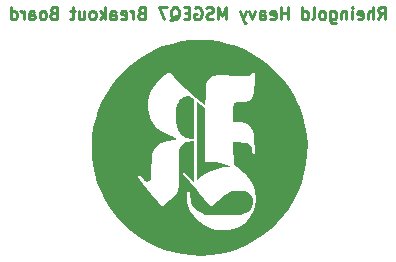
<source format=gbo>
G04 (created by PCBNEW (2013-07-07 BZR 4022)-stable) date 2/14/2015 6:51:15 PM*
%MOIN*%
G04 Gerber Fmt 3.4, Leading zero omitted, Abs format*
%FSLAX34Y34*%
G01*
G70*
G90*
G04 APERTURE LIST*
%ADD10C,0.00590551*%
%ADD11C,0.01*%
%ADD12C,0.0001*%
G04 APERTURE END LIST*
G54D10*
G54D11*
X89959Y-59711D02*
X90092Y-59521D01*
X90188Y-59711D02*
X90188Y-59311D01*
X90035Y-59311D01*
X89997Y-59330D01*
X89978Y-59350D01*
X89959Y-59388D01*
X89959Y-59445D01*
X89978Y-59483D01*
X89997Y-59502D01*
X90035Y-59521D01*
X90188Y-59521D01*
X89788Y-59711D02*
X89788Y-59311D01*
X89616Y-59711D02*
X89616Y-59502D01*
X89635Y-59464D01*
X89673Y-59445D01*
X89730Y-59445D01*
X89769Y-59464D01*
X89788Y-59483D01*
X89273Y-59692D02*
X89311Y-59711D01*
X89388Y-59711D01*
X89426Y-59692D01*
X89445Y-59654D01*
X89445Y-59502D01*
X89426Y-59464D01*
X89388Y-59445D01*
X89311Y-59445D01*
X89273Y-59464D01*
X89254Y-59502D01*
X89254Y-59540D01*
X89445Y-59578D01*
X89083Y-59711D02*
X89083Y-59445D01*
X89083Y-59311D02*
X89102Y-59330D01*
X89083Y-59350D01*
X89064Y-59330D01*
X89083Y-59311D01*
X89083Y-59350D01*
X88892Y-59445D02*
X88892Y-59711D01*
X88892Y-59483D02*
X88873Y-59464D01*
X88835Y-59445D01*
X88778Y-59445D01*
X88740Y-59464D01*
X88721Y-59502D01*
X88721Y-59711D01*
X88359Y-59445D02*
X88359Y-59769D01*
X88378Y-59807D01*
X88397Y-59826D01*
X88435Y-59845D01*
X88492Y-59845D01*
X88530Y-59826D01*
X88359Y-59692D02*
X88397Y-59711D01*
X88473Y-59711D01*
X88511Y-59692D01*
X88530Y-59673D01*
X88549Y-59635D01*
X88549Y-59521D01*
X88530Y-59483D01*
X88511Y-59464D01*
X88473Y-59445D01*
X88397Y-59445D01*
X88359Y-59464D01*
X88111Y-59711D02*
X88149Y-59692D01*
X88169Y-59673D01*
X88188Y-59635D01*
X88188Y-59521D01*
X88169Y-59483D01*
X88149Y-59464D01*
X88111Y-59445D01*
X88054Y-59445D01*
X88016Y-59464D01*
X87997Y-59483D01*
X87978Y-59521D01*
X87978Y-59635D01*
X87997Y-59673D01*
X88016Y-59692D01*
X88054Y-59711D01*
X88111Y-59711D01*
X87749Y-59711D02*
X87788Y-59692D01*
X87807Y-59654D01*
X87807Y-59311D01*
X87426Y-59711D02*
X87426Y-59311D01*
X87426Y-59692D02*
X87464Y-59711D01*
X87540Y-59711D01*
X87578Y-59692D01*
X87597Y-59673D01*
X87616Y-59635D01*
X87616Y-59521D01*
X87597Y-59483D01*
X87578Y-59464D01*
X87540Y-59445D01*
X87464Y-59445D01*
X87426Y-59464D01*
X86930Y-59711D02*
X86930Y-59311D01*
X86930Y-59502D02*
X86702Y-59502D01*
X86702Y-59711D02*
X86702Y-59311D01*
X86359Y-59692D02*
X86397Y-59711D01*
X86473Y-59711D01*
X86511Y-59692D01*
X86530Y-59654D01*
X86530Y-59502D01*
X86511Y-59464D01*
X86473Y-59445D01*
X86397Y-59445D01*
X86359Y-59464D01*
X86340Y-59502D01*
X86340Y-59540D01*
X86530Y-59578D01*
X85997Y-59711D02*
X85997Y-59502D01*
X86016Y-59464D01*
X86054Y-59445D01*
X86130Y-59445D01*
X86169Y-59464D01*
X85997Y-59692D02*
X86035Y-59711D01*
X86130Y-59711D01*
X86169Y-59692D01*
X86188Y-59654D01*
X86188Y-59616D01*
X86169Y-59578D01*
X86130Y-59559D01*
X86035Y-59559D01*
X85997Y-59540D01*
X85845Y-59445D02*
X85749Y-59711D01*
X85654Y-59445D01*
X85540Y-59445D02*
X85445Y-59711D01*
X85349Y-59445D02*
X85445Y-59711D01*
X85483Y-59807D01*
X85502Y-59826D01*
X85540Y-59845D01*
X84892Y-59711D02*
X84892Y-59311D01*
X84759Y-59597D01*
X84626Y-59311D01*
X84626Y-59711D01*
X84454Y-59692D02*
X84397Y-59711D01*
X84302Y-59711D01*
X84264Y-59692D01*
X84245Y-59673D01*
X84226Y-59635D01*
X84226Y-59597D01*
X84245Y-59559D01*
X84264Y-59540D01*
X84302Y-59521D01*
X84378Y-59502D01*
X84416Y-59483D01*
X84435Y-59464D01*
X84454Y-59426D01*
X84454Y-59388D01*
X84435Y-59350D01*
X84416Y-59330D01*
X84378Y-59311D01*
X84283Y-59311D01*
X84226Y-59330D01*
X83845Y-59330D02*
X83883Y-59311D01*
X83940Y-59311D01*
X83997Y-59330D01*
X84035Y-59369D01*
X84054Y-59407D01*
X84073Y-59483D01*
X84073Y-59540D01*
X84054Y-59616D01*
X84035Y-59654D01*
X83997Y-59692D01*
X83940Y-59711D01*
X83902Y-59711D01*
X83845Y-59692D01*
X83826Y-59673D01*
X83826Y-59540D01*
X83902Y-59540D01*
X83654Y-59502D02*
X83521Y-59502D01*
X83464Y-59711D02*
X83654Y-59711D01*
X83654Y-59311D01*
X83464Y-59311D01*
X83026Y-59750D02*
X83064Y-59730D01*
X83102Y-59692D01*
X83159Y-59635D01*
X83197Y-59616D01*
X83235Y-59616D01*
X83216Y-59711D02*
X83254Y-59692D01*
X83292Y-59654D01*
X83311Y-59578D01*
X83311Y-59445D01*
X83292Y-59369D01*
X83254Y-59330D01*
X83216Y-59311D01*
X83140Y-59311D01*
X83102Y-59330D01*
X83064Y-59369D01*
X83045Y-59445D01*
X83045Y-59578D01*
X83064Y-59654D01*
X83102Y-59692D01*
X83140Y-59711D01*
X83216Y-59711D01*
X82911Y-59311D02*
X82645Y-59311D01*
X82816Y-59711D01*
X82054Y-59502D02*
X81997Y-59521D01*
X81978Y-59540D01*
X81959Y-59578D01*
X81959Y-59635D01*
X81978Y-59673D01*
X81997Y-59692D01*
X82035Y-59711D01*
X82188Y-59711D01*
X82188Y-59311D01*
X82054Y-59311D01*
X82016Y-59330D01*
X81997Y-59350D01*
X81978Y-59388D01*
X81978Y-59426D01*
X81997Y-59464D01*
X82016Y-59483D01*
X82054Y-59502D01*
X82188Y-59502D01*
X81788Y-59711D02*
X81788Y-59445D01*
X81788Y-59521D02*
X81769Y-59483D01*
X81749Y-59464D01*
X81711Y-59445D01*
X81673Y-59445D01*
X81388Y-59692D02*
X81426Y-59711D01*
X81502Y-59711D01*
X81540Y-59692D01*
X81559Y-59654D01*
X81559Y-59502D01*
X81540Y-59464D01*
X81502Y-59445D01*
X81426Y-59445D01*
X81388Y-59464D01*
X81369Y-59502D01*
X81369Y-59540D01*
X81559Y-59578D01*
X81026Y-59711D02*
X81026Y-59502D01*
X81045Y-59464D01*
X81083Y-59445D01*
X81159Y-59445D01*
X81197Y-59464D01*
X81026Y-59692D02*
X81064Y-59711D01*
X81159Y-59711D01*
X81197Y-59692D01*
X81216Y-59654D01*
X81216Y-59616D01*
X81197Y-59578D01*
X81159Y-59559D01*
X81064Y-59559D01*
X81026Y-59540D01*
X80835Y-59711D02*
X80835Y-59311D01*
X80797Y-59559D02*
X80683Y-59711D01*
X80683Y-59445D02*
X80835Y-59597D01*
X80454Y-59711D02*
X80492Y-59692D01*
X80511Y-59673D01*
X80530Y-59635D01*
X80530Y-59521D01*
X80511Y-59483D01*
X80492Y-59464D01*
X80454Y-59445D01*
X80397Y-59445D01*
X80359Y-59464D01*
X80340Y-59483D01*
X80321Y-59521D01*
X80321Y-59635D01*
X80340Y-59673D01*
X80359Y-59692D01*
X80397Y-59711D01*
X80454Y-59711D01*
X79978Y-59445D02*
X79978Y-59711D01*
X80150Y-59445D02*
X80150Y-59654D01*
X80130Y-59692D01*
X80092Y-59711D01*
X80035Y-59711D01*
X79997Y-59692D01*
X79978Y-59673D01*
X79845Y-59445D02*
X79692Y-59445D01*
X79788Y-59311D02*
X79788Y-59654D01*
X79769Y-59692D01*
X79730Y-59711D01*
X79692Y-59711D01*
X79121Y-59502D02*
X79064Y-59521D01*
X79045Y-59540D01*
X79026Y-59578D01*
X79026Y-59635D01*
X79045Y-59673D01*
X79064Y-59692D01*
X79102Y-59711D01*
X79254Y-59711D01*
X79254Y-59311D01*
X79121Y-59311D01*
X79083Y-59330D01*
X79064Y-59350D01*
X79045Y-59388D01*
X79045Y-59426D01*
X79064Y-59464D01*
X79083Y-59483D01*
X79121Y-59502D01*
X79254Y-59502D01*
X78797Y-59711D02*
X78835Y-59692D01*
X78854Y-59673D01*
X78873Y-59635D01*
X78873Y-59521D01*
X78854Y-59483D01*
X78835Y-59464D01*
X78797Y-59445D01*
X78740Y-59445D01*
X78702Y-59464D01*
X78683Y-59483D01*
X78664Y-59521D01*
X78664Y-59635D01*
X78683Y-59673D01*
X78702Y-59692D01*
X78740Y-59711D01*
X78797Y-59711D01*
X78321Y-59711D02*
X78321Y-59502D01*
X78340Y-59464D01*
X78378Y-59445D01*
X78454Y-59445D01*
X78492Y-59464D01*
X78321Y-59692D02*
X78359Y-59711D01*
X78454Y-59711D01*
X78492Y-59692D01*
X78511Y-59654D01*
X78511Y-59616D01*
X78492Y-59578D01*
X78454Y-59559D01*
X78359Y-59559D01*
X78321Y-59540D01*
X78130Y-59711D02*
X78130Y-59445D01*
X78130Y-59521D02*
X78111Y-59483D01*
X78092Y-59464D01*
X78054Y-59445D01*
X78016Y-59445D01*
X77711Y-59711D02*
X77711Y-59311D01*
X77711Y-59692D02*
X77750Y-59711D01*
X77826Y-59711D01*
X77864Y-59692D01*
X77883Y-59673D01*
X77902Y-59635D01*
X77902Y-59521D01*
X77883Y-59483D01*
X77864Y-59464D01*
X77826Y-59445D01*
X77750Y-59445D01*
X77711Y-59464D01*
G54D12*
G36*
X80401Y-63953D02*
X80410Y-64261D01*
X80446Y-64567D01*
X80508Y-64870D01*
X80596Y-65167D01*
X80710Y-65458D01*
X80851Y-65741D01*
X81019Y-66013D01*
X81212Y-66273D01*
X81276Y-66349D01*
X81493Y-66582D01*
X81726Y-66790D01*
X81937Y-66947D01*
X81937Y-64971D01*
X81957Y-64941D01*
X81959Y-64939D01*
X81992Y-64904D01*
X82100Y-65014D01*
X82153Y-65067D01*
X82191Y-65100D01*
X82221Y-65118D01*
X82247Y-65125D01*
X82256Y-65125D01*
X82309Y-65112D01*
X82350Y-65072D01*
X82368Y-65036D01*
X82373Y-65011D01*
X82378Y-64960D01*
X82383Y-64889D01*
X82388Y-64800D01*
X82392Y-64700D01*
X82395Y-64608D01*
X82399Y-64479D01*
X82403Y-64377D01*
X82408Y-64296D01*
X82414Y-64233D01*
X82423Y-64183D01*
X82434Y-64142D01*
X82448Y-64106D01*
X82466Y-64071D01*
X82476Y-64054D01*
X82534Y-63973D01*
X82609Y-63906D01*
X82704Y-63851D01*
X82820Y-63805D01*
X82960Y-63769D01*
X83100Y-63744D01*
X83181Y-63732D01*
X83232Y-63723D01*
X83255Y-63714D01*
X83251Y-63702D01*
X83221Y-63686D01*
X83164Y-63662D01*
X83130Y-63649D01*
X82971Y-63581D01*
X82838Y-63514D01*
X82724Y-63446D01*
X82627Y-63375D01*
X82542Y-63298D01*
X82517Y-63272D01*
X82437Y-63176D01*
X82376Y-63076D01*
X82333Y-62968D01*
X82304Y-62845D01*
X82290Y-62703D01*
X82286Y-62582D01*
X82290Y-62435D01*
X82304Y-62311D01*
X82331Y-62201D01*
X82372Y-62101D01*
X82431Y-62003D01*
X82508Y-61900D01*
X82532Y-61872D01*
X82586Y-61813D01*
X82650Y-61749D01*
X82720Y-61684D01*
X82790Y-61623D01*
X82858Y-61569D01*
X82918Y-61524D01*
X82967Y-61493D01*
X82999Y-61480D01*
X83003Y-61480D01*
X83017Y-61491D01*
X83047Y-61520D01*
X83089Y-61565D01*
X83138Y-61621D01*
X83159Y-61646D01*
X83224Y-61721D01*
X83291Y-61793D01*
X83364Y-61867D01*
X83445Y-61943D01*
X83537Y-62028D01*
X83644Y-62122D01*
X83770Y-62228D01*
X83887Y-62326D01*
X84188Y-62576D01*
X84197Y-62249D01*
X84201Y-62118D01*
X84207Y-62013D01*
X84215Y-61929D01*
X84227Y-61863D01*
X84242Y-61811D01*
X84262Y-61768D01*
X84288Y-61730D01*
X84303Y-61711D01*
X84346Y-61668D01*
X84393Y-61634D01*
X84448Y-61609D01*
X84514Y-61592D01*
X84596Y-61582D01*
X84695Y-61579D01*
X84817Y-61581D01*
X84964Y-61590D01*
X84990Y-61592D01*
X85157Y-61602D01*
X85297Y-61610D01*
X85412Y-61614D01*
X85505Y-61614D01*
X85578Y-61610D01*
X85634Y-61601D01*
X85677Y-61588D01*
X85707Y-61570D01*
X85728Y-61547D01*
X85742Y-61518D01*
X85743Y-61516D01*
X85763Y-61478D01*
X85790Y-61465D01*
X85794Y-61465D01*
X85813Y-61471D01*
X85827Y-61491D01*
X85836Y-61529D01*
X85842Y-61588D01*
X85845Y-61671D01*
X85845Y-61720D01*
X85840Y-61885D01*
X85826Y-62033D01*
X85804Y-62159D01*
X85774Y-62261D01*
X85737Y-62339D01*
X85707Y-62376D01*
X85673Y-62407D01*
X85639Y-62430D01*
X85602Y-62448D01*
X85557Y-62461D01*
X85499Y-62471D01*
X85423Y-62477D01*
X85326Y-62481D01*
X85211Y-62484D01*
X85182Y-62495D01*
X85155Y-62515D01*
X85145Y-62527D01*
X85137Y-62543D01*
X85132Y-62567D01*
X85128Y-62603D01*
X85126Y-62656D01*
X85125Y-62730D01*
X85125Y-62829D01*
X85125Y-62838D01*
X85125Y-63130D01*
X85219Y-63130D01*
X85287Y-63133D01*
X85364Y-63139D01*
X85414Y-63145D01*
X85515Y-63168D01*
X85599Y-63205D01*
X85669Y-63260D01*
X85724Y-63333D01*
X85768Y-63426D01*
X85799Y-63542D01*
X85818Y-63682D01*
X85828Y-63847D01*
X85830Y-63957D01*
X85830Y-64195D01*
X85795Y-64195D01*
X85778Y-64193D01*
X85766Y-64182D01*
X85757Y-64156D01*
X85749Y-64110D01*
X85745Y-64075D01*
X85733Y-64001D01*
X85716Y-63944D01*
X85691Y-63901D01*
X85653Y-63870D01*
X85600Y-63850D01*
X85526Y-63837D01*
X85430Y-63829D01*
X85348Y-63824D01*
X85123Y-63815D01*
X85128Y-64169D01*
X85130Y-64287D01*
X85131Y-64378D01*
X85135Y-64450D01*
X85143Y-64504D01*
X85157Y-64546D01*
X85177Y-64581D01*
X85206Y-64613D01*
X85246Y-64646D01*
X85297Y-64684D01*
X85324Y-64705D01*
X85385Y-64752D01*
X85442Y-64798D01*
X85489Y-64837D01*
X85508Y-64855D01*
X85590Y-64946D01*
X85669Y-65060D01*
X85741Y-65188D01*
X85801Y-65322D01*
X85832Y-65411D01*
X85857Y-65521D01*
X85868Y-65647D01*
X85866Y-65779D01*
X85850Y-65907D01*
X85832Y-65985D01*
X85773Y-66148D01*
X85689Y-66297D01*
X85585Y-66428D01*
X85463Y-66539D01*
X85324Y-66628D01*
X85247Y-66663D01*
X85103Y-66708D01*
X84942Y-66736D01*
X84774Y-66745D01*
X84604Y-66734D01*
X84566Y-66728D01*
X84428Y-66697D01*
X84287Y-66647D01*
X84156Y-66584D01*
X84101Y-66551D01*
X84002Y-66476D01*
X83903Y-66384D01*
X83811Y-66282D01*
X83734Y-66177D01*
X83686Y-66096D01*
X83640Y-65998D01*
X83610Y-65911D01*
X83591Y-65824D01*
X83582Y-65726D01*
X83580Y-65639D01*
X83580Y-65470D01*
X83636Y-65470D01*
X83693Y-65470D01*
X83694Y-65616D01*
X83701Y-65731D01*
X83721Y-65826D01*
X83757Y-65908D01*
X83811Y-65987D01*
X83845Y-66025D01*
X83950Y-66120D01*
X84069Y-66191D01*
X84172Y-66230D01*
X84200Y-66237D01*
X84230Y-66244D01*
X84266Y-66248D01*
X84312Y-66252D01*
X84371Y-66254D01*
X84446Y-66256D01*
X84542Y-66257D01*
X84662Y-66257D01*
X84773Y-66257D01*
X84915Y-66257D01*
X85032Y-66256D01*
X85125Y-66255D01*
X85200Y-66253D01*
X85258Y-66250D01*
X85305Y-66246D01*
X85342Y-66240D01*
X85375Y-66233D01*
X85384Y-66231D01*
X85516Y-66188D01*
X85620Y-66134D01*
X85698Y-66067D01*
X85751Y-65986D01*
X85779Y-65891D01*
X85785Y-65815D01*
X85773Y-65708D01*
X85738Y-65620D01*
X85678Y-65546D01*
X85592Y-65487D01*
X85564Y-65473D01*
X85522Y-65454D01*
X85484Y-65443D01*
X85441Y-65436D01*
X85386Y-65433D01*
X85313Y-65433D01*
X85199Y-65437D01*
X85096Y-65453D01*
X85000Y-65481D01*
X84907Y-65525D01*
X84812Y-65586D01*
X84710Y-65667D01*
X84598Y-65769D01*
X84555Y-65810D01*
X84491Y-65872D01*
X84444Y-65915D01*
X84412Y-65940D01*
X84392Y-65949D01*
X84381Y-65946D01*
X84368Y-65931D01*
X84337Y-65896D01*
X84289Y-65844D01*
X84229Y-65776D01*
X84156Y-65695D01*
X84074Y-65602D01*
X83984Y-65502D01*
X83897Y-65405D01*
X83431Y-64882D01*
X83456Y-64844D01*
X83482Y-64805D01*
X83651Y-64984D01*
X83820Y-65162D01*
X83820Y-64476D01*
X83820Y-63790D01*
X83704Y-63790D01*
X83599Y-63798D01*
X83515Y-63822D01*
X83449Y-63866D01*
X83393Y-63933D01*
X83357Y-64000D01*
X83317Y-64082D01*
X83310Y-64735D01*
X83308Y-64899D01*
X83307Y-65035D01*
X83304Y-65148D01*
X83301Y-65238D01*
X83297Y-65311D01*
X83291Y-65369D01*
X83284Y-65413D01*
X83274Y-65449D01*
X83261Y-65478D01*
X83245Y-65503D01*
X83226Y-65527D01*
X83202Y-65553D01*
X83196Y-65559D01*
X83169Y-65587D01*
X83127Y-65627D01*
X83073Y-65676D01*
X83014Y-65730D01*
X82951Y-65786D01*
X82889Y-65839D01*
X82833Y-65887D01*
X82786Y-65926D01*
X82752Y-65953D01*
X82735Y-65963D01*
X82735Y-65963D01*
X82725Y-65951D01*
X82697Y-65917D01*
X82655Y-65866D01*
X82600Y-65799D01*
X82534Y-65718D01*
X82460Y-65627D01*
X82378Y-65527D01*
X82343Y-65485D01*
X82258Y-65382D01*
X82180Y-65286D01*
X82109Y-65199D01*
X82047Y-65124D01*
X81998Y-65063D01*
X81963Y-65020D01*
X81943Y-64997D01*
X81941Y-64993D01*
X81937Y-64971D01*
X81937Y-66947D01*
X81977Y-66977D01*
X82245Y-67143D01*
X82521Y-67282D01*
X82812Y-67397D01*
X83114Y-67487D01*
X83424Y-67551D01*
X83738Y-67588D01*
X84052Y-67599D01*
X84330Y-67584D01*
X84653Y-67538D01*
X84968Y-67465D01*
X85273Y-67365D01*
X85567Y-67239D01*
X85848Y-67088D01*
X86114Y-66913D01*
X86363Y-66715D01*
X86594Y-66495D01*
X86805Y-66255D01*
X86968Y-66034D01*
X87141Y-65753D01*
X87287Y-65461D01*
X87406Y-65160D01*
X87496Y-64853D01*
X87559Y-64540D01*
X87593Y-64224D01*
X87599Y-63906D01*
X87576Y-63588D01*
X87525Y-63271D01*
X87445Y-62958D01*
X87335Y-62649D01*
X87285Y-62530D01*
X87139Y-62238D01*
X86968Y-61963D01*
X86772Y-61705D01*
X86552Y-61463D01*
X86350Y-61276D01*
X86093Y-61074D01*
X85822Y-60897D01*
X85539Y-60747D01*
X85247Y-60624D01*
X84945Y-60527D01*
X84638Y-60458D01*
X84326Y-60416D01*
X84011Y-60401D01*
X83694Y-60414D01*
X83379Y-60455D01*
X83066Y-60525D01*
X82757Y-60623D01*
X82530Y-60715D01*
X82238Y-60861D01*
X81963Y-61032D01*
X81705Y-61228D01*
X81463Y-61448D01*
X81276Y-61650D01*
X81075Y-61907D01*
X80899Y-62175D01*
X80751Y-62455D01*
X80628Y-62743D01*
X80532Y-63039D01*
X80462Y-63341D01*
X80418Y-63646D01*
X80401Y-63953D01*
X80401Y-63953D01*
X80401Y-63953D01*
G37*
G36*
X83912Y-64094D02*
X83913Y-64284D01*
X83914Y-64411D01*
X83918Y-65063D01*
X83977Y-65017D01*
X84176Y-64885D01*
X84381Y-64779D01*
X84594Y-64702D01*
X84810Y-64653D01*
X84899Y-64642D01*
X85084Y-64624D01*
X85018Y-64596D01*
X84917Y-64559D01*
X84799Y-64527D01*
X84672Y-64500D01*
X84544Y-64482D01*
X84424Y-64471D01*
X84320Y-64470D01*
X84289Y-64473D01*
X84195Y-64482D01*
X84194Y-63585D01*
X84194Y-62687D01*
X84055Y-62573D01*
X83918Y-62457D01*
X83914Y-63109D01*
X83913Y-63281D01*
X83912Y-63475D01*
X83912Y-63681D01*
X83912Y-63890D01*
X83912Y-64094D01*
X83912Y-64094D01*
X83912Y-64094D01*
G37*
G36*
X83205Y-62922D02*
X83214Y-63104D01*
X83242Y-63262D01*
X83288Y-63396D01*
X83353Y-63507D01*
X83437Y-63595D01*
X83471Y-63621D01*
X83542Y-63659D01*
X83628Y-63690D01*
X83714Y-63710D01*
X83771Y-63715D01*
X83820Y-63715D01*
X83816Y-63044D01*
X83812Y-62374D01*
X83748Y-62328D01*
X83705Y-62302D01*
X83666Y-62288D01*
X83617Y-62284D01*
X83590Y-62284D01*
X83506Y-62292D01*
X83439Y-62317D01*
X83378Y-62364D01*
X83361Y-62382D01*
X83298Y-62467D01*
X83252Y-62571D01*
X83221Y-62696D01*
X83207Y-62845D01*
X83205Y-62922D01*
X83205Y-62922D01*
X83205Y-62922D01*
G37*
M02*

</source>
